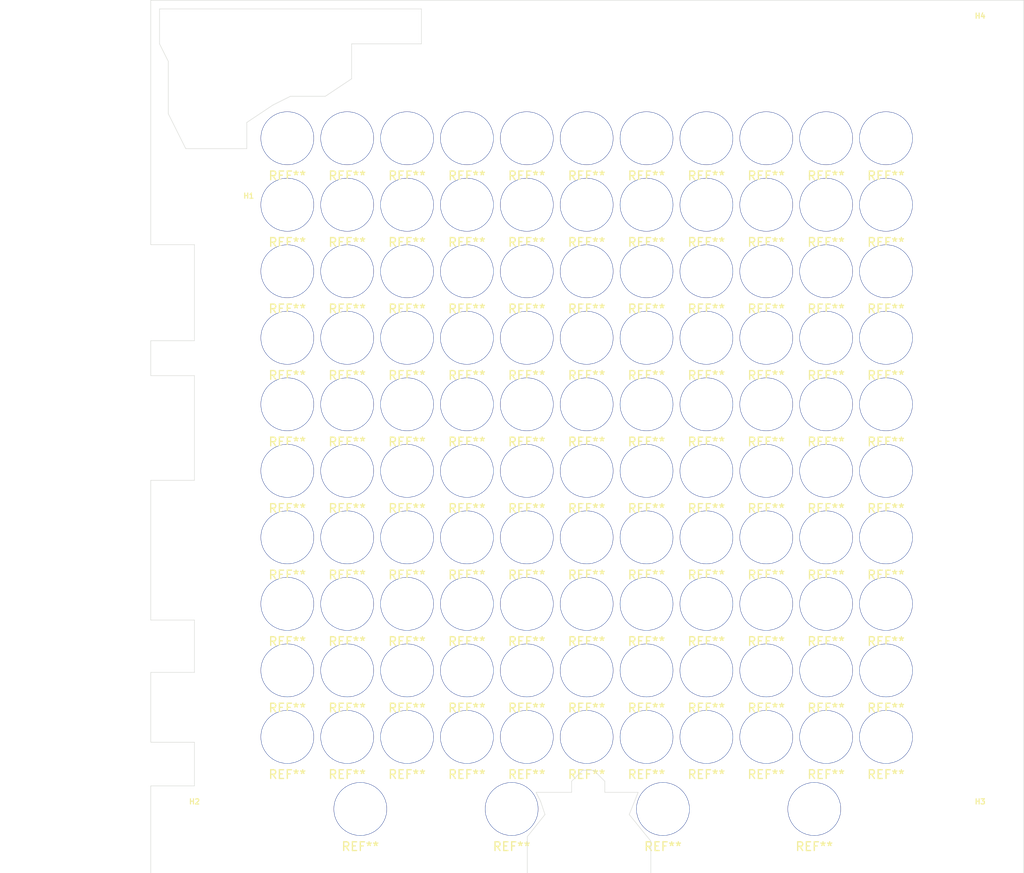
<source format=kicad_pcb>
(kicad_pcb (version 20171130) (host pcbnew "(5.1.5)-2")

  (general
    (thickness 1.6)
    (drawings 52)
    (tracks 0)
    (zones 0)
    (modules 118)
    (nets 1)
  )

  (page A4)
  (layers
    (0 F.Cu signal)
    (31 B.Cu signal)
    (32 B.Adhes user)
    (33 F.Adhes user)
    (34 B.Paste user)
    (35 F.Paste user)
    (36 B.SilkS user)
    (37 F.SilkS user)
    (38 B.Mask user)
    (39 F.Mask user)
    (40 Dwgs.User user)
    (41 Cmts.User user)
    (42 Eco1.User user)
    (43 Eco2.User user hide)
    (44 Edge.Cuts user)
    (45 Margin user)
    (46 B.CrtYd user hide)
    (47 F.CrtYd user hide)
    (48 B.Fab user hide)
    (49 F.Fab user hide)
  )

  (setup
    (last_trace_width 0.25)
    (trace_clearance 0.2)
    (zone_clearance 0.1524)
    (zone_45_only no)
    (trace_min 0.1524)
    (via_size 0.8)
    (via_drill 0.4)
    (via_min_size 0.6)
    (via_min_drill 0.3)
    (uvia_size 0.3)
    (uvia_drill 0.1)
    (uvias_allowed no)
    (uvia_min_size 0.2)
    (uvia_min_drill 0.1)
    (edge_width 0.05)
    (segment_width 0.13)
    (pcb_text_width 0.13)
    (pcb_text_size 0.6 0.6)
    (mod_edge_width 0.13)
    (mod_text_size 0.6 0.6)
    (mod_text_width 0.13)
    (pad_size 6 6)
    (pad_drill 3)
    (pad_to_mask_clearance 0.051)
    (solder_mask_min_width 0.25)
    (aux_axis_origin 99 139)
    (grid_origin 99 139)
    (visible_elements 7FFFFFFF)
    (pcbplotparams
      (layerselection 0x010fc_ffffffff)
      (usegerberextensions false)
      (usegerberattributes false)
      (usegerberadvancedattributes false)
      (creategerberjobfile false)
      (excludeedgelayer true)
      (linewidth 0.100000)
      (plotframeref false)
      (viasonmask false)
      (mode 1)
      (useauxorigin false)
      (hpglpennumber 1)
      (hpglpenspeed 20)
      (hpglpendiameter 15.000000)
      (psnegative false)
      (psa4output false)
      (plotreference true)
      (plotvalue true)
      (plotinvisibletext false)
      (padsonsilk false)
      (subtractmaskfromsilk false)
      (outputformat 1)
      (mirror false)
      (drillshape 0)
      (scaleselection 1)
      (outputdirectory "../fabrication/v0.2.0_spacer/"))
  )

  (net 0 "")

  (net_class Default "This is the default net class."
    (clearance 0.2)
    (trace_width 0.25)
    (via_dia 0.8)
    (via_drill 0.4)
    (uvia_dia 0.3)
    (uvia_drill 0.1)
  )

  (net_class 24V ""
    (clearance 0.2)
    (trace_width 0.25)
    (via_dia 0.8)
    (via_drill 0.4)
    (uvia_dia 0.3)
    (uvia_drill 0.1)
  )

  (net_class 3V3 ""
    (clearance 0.2)
    (trace_width 0.25)
    (via_dia 0.8)
    (via_drill 0.4)
    (uvia_dia 0.3)
    (uvia_drill 0.1)
  )

  (net_class 5V ""
    (clearance 0.2)
    (trace_width 0.25)
    (via_dia 0.8)
    (via_drill 0.4)
    (uvia_dia 0.3)
    (uvia_drill 0.1)
  )

  (module william_fab:ws2812b-mini_hole (layer F.Cu) (tedit 5DF1ACF3) (tstamp 5DF2868D)
    (at 76 92.645)
    (fp_text reference REF** (at 0 4.3) (layer F.SilkS)
      (effects (font (size 1 1) (thickness 0.15)))
    )
    (fp_text value ws2812b-mini_hole (at 0.3 -6.35) (layer F.Fab)
      (effects (font (size 1 1) (thickness 0.15)))
    )
    (pad 1 thru_hole circle (at 0 0) (size 6.1 6.1) (drill 6) (layers *.Cu *.Mask))
  )

  (module william_fab:ws2812b-mini_hole (layer F.Cu) (tedit 5DF1ACF3) (tstamp 5DF28685)
    (at 58.666666 92.645)
    (fp_text reference REF** (at 0 4.3) (layer F.SilkS)
      (effects (font (size 1 1) (thickness 0.15)))
    )
    (fp_text value ws2812b-mini_hole (at 0.3 -6.35) (layer F.Fab)
      (effects (font (size 1 1) (thickness 0.15)))
    )
    (pad 1 thru_hole circle (at 0 0) (size 6.1 6.1) (drill 6) (layers *.Cu *.Mask))
  )

  (module william_fab:ws2812b-mini_hole (layer F.Cu) (tedit 5DF1ACF3) (tstamp 5DF2867D)
    (at 41.333333 92.645)
    (fp_text reference REF** (at 0 4.3) (layer F.SilkS)
      (effects (font (size 1 1) (thickness 0.15)))
    )
    (fp_text value ws2812b-mini_hole (at 0.3 -6.35) (layer F.Fab)
      (effects (font (size 1 1) (thickness 0.15)))
    )
    (pad 1 thru_hole circle (at 0 0) (size 6.1 6.1) (drill 6) (layers *.Cu *.Mask))
  )

  (module william_fab:ws2812b-mini_hole (layer F.Cu) (tedit 5DF1ACF3) (tstamp 5DF28675)
    (at 24 92.645)
    (fp_text reference REF** (at 0 4.3) (layer F.SilkS)
      (effects (font (size 1 1) (thickness 0.15)))
    )
    (fp_text value ws2812b-mini_hole (at 0.3 -6.35) (layer F.Fab)
      (effects (font (size 1 1) (thickness 0.15)))
    )
    (pad 1 thru_hole circle (at 0 0) (size 6.1 6.1) (drill 6) (layers *.Cu *.Mask))
  )

  (module william_fab:ws2812b-mini_hole (layer F.Cu) (tedit 5DF1ACF3) (tstamp 5DF2560D)
    (at 84.2172 84.39)
    (fp_text reference REF** (at 0 4.3) (layer F.SilkS)
      (effects (font (size 1 1) (thickness 0.15)))
    )
    (fp_text value ws2812b-mini_hole (at 0.3 -6.35) (layer F.Fab)
      (effects (font (size 1 1) (thickness 0.15)))
    )
    (pad 1 thru_hole circle (at 0 0) (size 6.1 6.1) (drill 6) (layers *.Cu *.Mask))
  )

  (module william_fab:ws2812b-mini_hole (layer F.Cu) (tedit 5DF1ACF3) (tstamp 5DF25605)
    (at 77.3592 84.39)
    (fp_text reference REF** (at 0 4.3) (layer F.SilkS)
      (effects (font (size 1 1) (thickness 0.15)))
    )
    (fp_text value ws2812b-mini_hole (at 0.3 -6.35) (layer F.Fab)
      (effects (font (size 1 1) (thickness 0.15)))
    )
    (pad 1 thru_hole circle (at 0 0) (size 6.1 6.1) (drill 6) (layers *.Cu *.Mask))
  )

  (module william_fab:ws2812b-mini_hole (layer F.Cu) (tedit 5DF1ACF3) (tstamp 5DF255FD)
    (at 70.5012 84.39)
    (fp_text reference REF** (at 0 4.3) (layer F.SilkS)
      (effects (font (size 1 1) (thickness 0.15)))
    )
    (fp_text value ws2812b-mini_hole (at 0.3 -6.35) (layer F.Fab)
      (effects (font (size 1 1) (thickness 0.15)))
    )
    (pad 1 thru_hole circle (at 0 0) (size 6.1 6.1) (drill 6) (layers *.Cu *.Mask))
  )

  (module william_fab:ws2812b-mini_hole (layer F.Cu) (tedit 5DF1ACF3) (tstamp 5DF255F5)
    (at 63.6432 84.39)
    (fp_text reference REF** (at 0 4.3) (layer F.SilkS)
      (effects (font (size 1 1) (thickness 0.15)))
    )
    (fp_text value ws2812b-mini_hole (at 0.3 -6.35) (layer F.Fab)
      (effects (font (size 1 1) (thickness 0.15)))
    )
    (pad 1 thru_hole circle (at 0 0) (size 6.1 6.1) (drill 6) (layers *.Cu *.Mask))
  )

  (module william_fab:ws2812b-mini_hole (layer F.Cu) (tedit 5DF1ACF3) (tstamp 5DF255ED)
    (at 56.7852 84.39)
    (fp_text reference REF** (at 0 4.3) (layer F.SilkS)
      (effects (font (size 1 1) (thickness 0.15)))
    )
    (fp_text value ws2812b-mini_hole (at 0.3 -6.35) (layer F.Fab)
      (effects (font (size 1 1) (thickness 0.15)))
    )
    (pad 1 thru_hole circle (at 0 0) (size 6.1 6.1) (drill 6) (layers *.Cu *.Mask))
  )

  (module william_fab:ws2812b-mini_hole (layer F.Cu) (tedit 5DF1ACF3) (tstamp 5DF255E5)
    (at 49.9272 84.39)
    (fp_text reference REF** (at 0 4.3) (layer F.SilkS)
      (effects (font (size 1 1) (thickness 0.15)))
    )
    (fp_text value ws2812b-mini_hole (at 0.3 -6.35) (layer F.Fab)
      (effects (font (size 1 1) (thickness 0.15)))
    )
    (pad 1 thru_hole circle (at 0 0) (size 6.1 6.1) (drill 6) (layers *.Cu *.Mask))
  )

  (module william_fab:ws2812b-mini_hole (layer F.Cu) (tedit 5DF1ACF3) (tstamp 5DF255DD)
    (at 43.0692 84.39)
    (fp_text reference REF** (at 0 4.3) (layer F.SilkS)
      (effects (font (size 1 1) (thickness 0.15)))
    )
    (fp_text value ws2812b-mini_hole (at 0.3 -6.35) (layer F.Fab)
      (effects (font (size 1 1) (thickness 0.15)))
    )
    (pad 1 thru_hole circle (at 0 0) (size 6.1 6.1) (drill 6) (layers *.Cu *.Mask))
  )

  (module william_fab:ws2812b-mini_hole (layer F.Cu) (tedit 5DF1ACF3) (tstamp 5DF255D5)
    (at 36.2112 84.39)
    (fp_text reference REF** (at 0 4.3) (layer F.SilkS)
      (effects (font (size 1 1) (thickness 0.15)))
    )
    (fp_text value ws2812b-mini_hole (at 0.3 -6.35) (layer F.Fab)
      (effects (font (size 1 1) (thickness 0.15)))
    )
    (pad 1 thru_hole circle (at 0 0) (size 6.1 6.1) (drill 6) (layers *.Cu *.Mask))
  )

  (module william_fab:ws2812b-mini_hole (layer F.Cu) (tedit 5DF1ACF3) (tstamp 5DF255CD)
    (at 29.3532 84.39)
    (fp_text reference REF** (at 0 4.3) (layer F.SilkS)
      (effects (font (size 1 1) (thickness 0.15)))
    )
    (fp_text value ws2812b-mini_hole (at 0.3 -6.35) (layer F.Fab)
      (effects (font (size 1 1) (thickness 0.15)))
    )
    (pad 1 thru_hole circle (at 0 0) (size 6.1 6.1) (drill 6) (layers *.Cu *.Mask))
  )

  (module william_fab:ws2812b-mini_hole (layer F.Cu) (tedit 5DF1ACF3) (tstamp 5DF255C5)
    (at 22.4952 84.39)
    (fp_text reference REF** (at 0 4.3) (layer F.SilkS)
      (effects (font (size 1 1) (thickness 0.15)))
    )
    (fp_text value ws2812b-mini_hole (at 0.3 -6.35) (layer F.Fab)
      (effects (font (size 1 1) (thickness 0.15)))
    )
    (pad 1 thru_hole circle (at 0 0) (size 6.1 6.1) (drill 6) (layers *.Cu *.Mask))
  )

  (module william_fab:ws2812b-mini_hole (layer F.Cu) (tedit 5DF1ACF3) (tstamp 5DF255BD)
    (at 15.6372 84.39)
    (fp_text reference REF** (at 0 4.3) (layer F.SilkS)
      (effects (font (size 1 1) (thickness 0.15)))
    )
    (fp_text value ws2812b-mini_hole (at 0.3 -6.35) (layer F.Fab)
      (effects (font (size 1 1) (thickness 0.15)))
    )
    (pad 1 thru_hole circle (at 0 0) (size 6.1 6.1) (drill 6) (layers *.Cu *.Mask))
  )

  (module william_fab:ws2812b-mini_hole (layer F.Cu) (tedit 5DF1ACF3) (tstamp 5DF255B5)
    (at 84.2172 76.77)
    (fp_text reference REF** (at 0 4.3) (layer F.SilkS)
      (effects (font (size 1 1) (thickness 0.15)))
    )
    (fp_text value ws2812b-mini_hole (at 0.3 -6.35) (layer F.Fab)
      (effects (font (size 1 1) (thickness 0.15)))
    )
    (pad 1 thru_hole circle (at 0 0) (size 6.1 6.1) (drill 6) (layers *.Cu *.Mask))
  )

  (module william_fab:ws2812b-mini_hole (layer F.Cu) (tedit 5DF1ACF3) (tstamp 5DF255AD)
    (at 77.3592 76.77)
    (fp_text reference REF** (at 0 4.3) (layer F.SilkS)
      (effects (font (size 1 1) (thickness 0.15)))
    )
    (fp_text value ws2812b-mini_hole (at 0.3 -6.35) (layer F.Fab)
      (effects (font (size 1 1) (thickness 0.15)))
    )
    (pad 1 thru_hole circle (at 0 0) (size 6.1 6.1) (drill 6) (layers *.Cu *.Mask))
  )

  (module william_fab:ws2812b-mini_hole (layer F.Cu) (tedit 5DF1ACF3) (tstamp 5DF255A5)
    (at 70.5012 76.77)
    (fp_text reference REF** (at 0 4.3) (layer F.SilkS)
      (effects (font (size 1 1) (thickness 0.15)))
    )
    (fp_text value ws2812b-mini_hole (at 0.3 -6.35) (layer F.Fab)
      (effects (font (size 1 1) (thickness 0.15)))
    )
    (pad 1 thru_hole circle (at 0 0) (size 6.1 6.1) (drill 6) (layers *.Cu *.Mask))
  )

  (module william_fab:ws2812b-mini_hole (layer F.Cu) (tedit 5DF1ACF3) (tstamp 5DF2559D)
    (at 63.6432 76.77)
    (fp_text reference REF** (at 0 4.3) (layer F.SilkS)
      (effects (font (size 1 1) (thickness 0.15)))
    )
    (fp_text value ws2812b-mini_hole (at 0.3 -6.35) (layer F.Fab)
      (effects (font (size 1 1) (thickness 0.15)))
    )
    (pad 1 thru_hole circle (at 0 0) (size 6.1 6.1) (drill 6) (layers *.Cu *.Mask))
  )

  (module william_fab:ws2812b-mini_hole (layer F.Cu) (tedit 5DF1ACF3) (tstamp 5DF25595)
    (at 56.7852 76.77)
    (fp_text reference REF** (at 0 4.3) (layer F.SilkS)
      (effects (font (size 1 1) (thickness 0.15)))
    )
    (fp_text value ws2812b-mini_hole (at 0.3 -6.35) (layer F.Fab)
      (effects (font (size 1 1) (thickness 0.15)))
    )
    (pad 1 thru_hole circle (at 0 0) (size 6.1 6.1) (drill 6) (layers *.Cu *.Mask))
  )

  (module william_fab:ws2812b-mini_hole (layer F.Cu) (tedit 5DF1ACF3) (tstamp 5DF2558D)
    (at 49.9272 76.77)
    (fp_text reference REF** (at 0 4.3) (layer F.SilkS)
      (effects (font (size 1 1) (thickness 0.15)))
    )
    (fp_text value ws2812b-mini_hole (at 0.3 -6.35) (layer F.Fab)
      (effects (font (size 1 1) (thickness 0.15)))
    )
    (pad 1 thru_hole circle (at 0 0) (size 6.1 6.1) (drill 6) (layers *.Cu *.Mask))
  )

  (module william_fab:ws2812b-mini_hole (layer F.Cu) (tedit 5DF1ACF3) (tstamp 5DF25585)
    (at 43.0692 76.77)
    (fp_text reference REF** (at 0 4.3) (layer F.SilkS)
      (effects (font (size 1 1) (thickness 0.15)))
    )
    (fp_text value ws2812b-mini_hole (at 0.3 -6.35) (layer F.Fab)
      (effects (font (size 1 1) (thickness 0.15)))
    )
    (pad 1 thru_hole circle (at 0 0) (size 6.1 6.1) (drill 6) (layers *.Cu *.Mask))
  )

  (module william_fab:ws2812b-mini_hole (layer F.Cu) (tedit 5DF1ACF3) (tstamp 5DF2557D)
    (at 36.2112 76.77)
    (fp_text reference REF** (at 0 4.3) (layer F.SilkS)
      (effects (font (size 1 1) (thickness 0.15)))
    )
    (fp_text value ws2812b-mini_hole (at 0.3 -6.35) (layer F.Fab)
      (effects (font (size 1 1) (thickness 0.15)))
    )
    (pad 1 thru_hole circle (at 0 0) (size 6.1 6.1) (drill 6) (layers *.Cu *.Mask))
  )

  (module william_fab:ws2812b-mini_hole (layer F.Cu) (tedit 5DF1ACF3) (tstamp 5DF25575)
    (at 29.3532 76.77)
    (fp_text reference REF** (at 0 4.3) (layer F.SilkS)
      (effects (font (size 1 1) (thickness 0.15)))
    )
    (fp_text value ws2812b-mini_hole (at 0.3 -6.35) (layer F.Fab)
      (effects (font (size 1 1) (thickness 0.15)))
    )
    (pad 1 thru_hole circle (at 0 0) (size 6.1 6.1) (drill 6) (layers *.Cu *.Mask))
  )

  (module william_fab:ws2812b-mini_hole (layer F.Cu) (tedit 5DF1ACF3) (tstamp 5DF2556D)
    (at 22.4952 76.77)
    (fp_text reference REF** (at 0 4.3) (layer F.SilkS)
      (effects (font (size 1 1) (thickness 0.15)))
    )
    (fp_text value ws2812b-mini_hole (at 0.3 -6.35) (layer F.Fab)
      (effects (font (size 1 1) (thickness 0.15)))
    )
    (pad 1 thru_hole circle (at 0 0) (size 6.1 6.1) (drill 6) (layers *.Cu *.Mask))
  )

  (module william_fab:ws2812b-mini_hole (layer F.Cu) (tedit 5DF1ACF3) (tstamp 5DF25565)
    (at 15.6372 76.77)
    (fp_text reference REF** (at 0 4.3) (layer F.SilkS)
      (effects (font (size 1 1) (thickness 0.15)))
    )
    (fp_text value ws2812b-mini_hole (at 0.3 -6.35) (layer F.Fab)
      (effects (font (size 1 1) (thickness 0.15)))
    )
    (pad 1 thru_hole circle (at 0 0) (size 6.1 6.1) (drill 6) (layers *.Cu *.Mask))
  )

  (module william_fab:ws2812b-mini_hole (layer F.Cu) (tedit 5DF1ACF3) (tstamp 5DF2555D)
    (at 84.2172 69.15)
    (fp_text reference REF** (at 0 4.3) (layer F.SilkS)
      (effects (font (size 1 1) (thickness 0.15)))
    )
    (fp_text value ws2812b-mini_hole (at 0.3 -6.35) (layer F.Fab)
      (effects (font (size 1 1) (thickness 0.15)))
    )
    (pad 1 thru_hole circle (at 0 0) (size 6.1 6.1) (drill 6) (layers *.Cu *.Mask))
  )

  (module william_fab:ws2812b-mini_hole (layer F.Cu) (tedit 5DF1ACF3) (tstamp 5DF25555)
    (at 77.3592 69.15)
    (fp_text reference REF** (at 0 4.3) (layer F.SilkS)
      (effects (font (size 1 1) (thickness 0.15)))
    )
    (fp_text value ws2812b-mini_hole (at 0.3 -6.35) (layer F.Fab)
      (effects (font (size 1 1) (thickness 0.15)))
    )
    (pad 1 thru_hole circle (at 0 0) (size 6.1 6.1) (drill 6) (layers *.Cu *.Mask))
  )

  (module william_fab:ws2812b-mini_hole (layer F.Cu) (tedit 5DF1ACF3) (tstamp 5DF2554D)
    (at 70.5012 69.15)
    (fp_text reference REF** (at 0 4.3) (layer F.SilkS)
      (effects (font (size 1 1) (thickness 0.15)))
    )
    (fp_text value ws2812b-mini_hole (at 0.3 -6.35) (layer F.Fab)
      (effects (font (size 1 1) (thickness 0.15)))
    )
    (pad 1 thru_hole circle (at 0 0) (size 6.1 6.1) (drill 6) (layers *.Cu *.Mask))
  )

  (module william_fab:ws2812b-mini_hole (layer F.Cu) (tedit 5DF1ACF3) (tstamp 5DF25545)
    (at 63.6432 69.15)
    (fp_text reference REF** (at 0 4.3) (layer F.SilkS)
      (effects (font (size 1 1) (thickness 0.15)))
    )
    (fp_text value ws2812b-mini_hole (at 0.3 -6.35) (layer F.Fab)
      (effects (font (size 1 1) (thickness 0.15)))
    )
    (pad 1 thru_hole circle (at 0 0) (size 6.1 6.1) (drill 6) (layers *.Cu *.Mask))
  )

  (module william_fab:ws2812b-mini_hole (layer F.Cu) (tedit 5DF1ACF3) (tstamp 5DF2553D)
    (at 56.7852 69.15)
    (fp_text reference REF** (at 0 4.3) (layer F.SilkS)
      (effects (font (size 1 1) (thickness 0.15)))
    )
    (fp_text value ws2812b-mini_hole (at 0.3 -6.35) (layer F.Fab)
      (effects (font (size 1 1) (thickness 0.15)))
    )
    (pad 1 thru_hole circle (at 0 0) (size 6.1 6.1) (drill 6) (layers *.Cu *.Mask))
  )

  (module william_fab:ws2812b-mini_hole (layer F.Cu) (tedit 5DF1ACF3) (tstamp 5DF25535)
    (at 49.9272 69.15)
    (fp_text reference REF** (at 0 4.3) (layer F.SilkS)
      (effects (font (size 1 1) (thickness 0.15)))
    )
    (fp_text value ws2812b-mini_hole (at 0.3 -6.35) (layer F.Fab)
      (effects (font (size 1 1) (thickness 0.15)))
    )
    (pad 1 thru_hole circle (at 0 0) (size 6.1 6.1) (drill 6) (layers *.Cu *.Mask))
  )

  (module william_fab:ws2812b-mini_hole (layer F.Cu) (tedit 5DF1ACF3) (tstamp 5DF2552D)
    (at 43.0692 69.15)
    (fp_text reference REF** (at 0 4.3) (layer F.SilkS)
      (effects (font (size 1 1) (thickness 0.15)))
    )
    (fp_text value ws2812b-mini_hole (at 0.3 -6.35) (layer F.Fab)
      (effects (font (size 1 1) (thickness 0.15)))
    )
    (pad 1 thru_hole circle (at 0 0) (size 6.1 6.1) (drill 6) (layers *.Cu *.Mask))
  )

  (module william_fab:ws2812b-mini_hole (layer F.Cu) (tedit 5DF1ACF3) (tstamp 5DF25525)
    (at 36.2112 69.15)
    (fp_text reference REF** (at 0 4.3) (layer F.SilkS)
      (effects (font (size 1 1) (thickness 0.15)))
    )
    (fp_text value ws2812b-mini_hole (at 0.3 -6.35) (layer F.Fab)
      (effects (font (size 1 1) (thickness 0.15)))
    )
    (pad 1 thru_hole circle (at 0 0) (size 6.1 6.1) (drill 6) (layers *.Cu *.Mask))
  )

  (module william_fab:ws2812b-mini_hole (layer F.Cu) (tedit 5DF1ACF3) (tstamp 5DF2551D)
    (at 29.3532 69.15)
    (fp_text reference REF** (at 0 4.3) (layer F.SilkS)
      (effects (font (size 1 1) (thickness 0.15)))
    )
    (fp_text value ws2812b-mini_hole (at 0.3 -6.35) (layer F.Fab)
      (effects (font (size 1 1) (thickness 0.15)))
    )
    (pad 1 thru_hole circle (at 0 0) (size 6.1 6.1) (drill 6) (layers *.Cu *.Mask))
  )

  (module william_fab:ws2812b-mini_hole (layer F.Cu) (tedit 5DF1ACF3) (tstamp 5DF25515)
    (at 22.4952 69.15)
    (fp_text reference REF** (at 0 4.3) (layer F.SilkS)
      (effects (font (size 1 1) (thickness 0.15)))
    )
    (fp_text value ws2812b-mini_hole (at 0.3 -6.35) (layer F.Fab)
      (effects (font (size 1 1) (thickness 0.15)))
    )
    (pad 1 thru_hole circle (at 0 0) (size 6.1 6.1) (drill 6) (layers *.Cu *.Mask))
  )

  (module william_fab:ws2812b-mini_hole (layer F.Cu) (tedit 5DF1ACF3) (tstamp 5DF2550D)
    (at 15.6372 69.15)
    (fp_text reference REF** (at 0 4.3) (layer F.SilkS)
      (effects (font (size 1 1) (thickness 0.15)))
    )
    (fp_text value ws2812b-mini_hole (at 0.3 -6.35) (layer F.Fab)
      (effects (font (size 1 1) (thickness 0.15)))
    )
    (pad 1 thru_hole circle (at 0 0) (size 6.1 6.1) (drill 6) (layers *.Cu *.Mask))
  )

  (module william_fab:ws2812b-mini_hole (layer F.Cu) (tedit 5DF1ACF3) (tstamp 5DF25505)
    (at 84.2172 61.53)
    (fp_text reference REF** (at 0 4.3) (layer F.SilkS)
      (effects (font (size 1 1) (thickness 0.15)))
    )
    (fp_text value ws2812b-mini_hole (at 0.3 -6.35) (layer F.Fab)
      (effects (font (size 1 1) (thickness 0.15)))
    )
    (pad 1 thru_hole circle (at 0 0) (size 6.1 6.1) (drill 6) (layers *.Cu *.Mask))
  )

  (module william_fab:ws2812b-mini_hole (layer F.Cu) (tedit 5DF1ACF3) (tstamp 5DF254FD)
    (at 77.3592 61.53)
    (fp_text reference REF** (at 0 4.3) (layer F.SilkS)
      (effects (font (size 1 1) (thickness 0.15)))
    )
    (fp_text value ws2812b-mini_hole (at 0.3 -6.35) (layer F.Fab)
      (effects (font (size 1 1) (thickness 0.15)))
    )
    (pad 1 thru_hole circle (at 0 0) (size 6.1 6.1) (drill 6) (layers *.Cu *.Mask))
  )

  (module william_fab:ws2812b-mini_hole (layer F.Cu) (tedit 5DF1ACF3) (tstamp 5DF254F5)
    (at 70.5012 61.53)
    (fp_text reference REF** (at 0 4.3) (layer F.SilkS)
      (effects (font (size 1 1) (thickness 0.15)))
    )
    (fp_text value ws2812b-mini_hole (at 0.3 -6.35) (layer F.Fab)
      (effects (font (size 1 1) (thickness 0.15)))
    )
    (pad 1 thru_hole circle (at 0 0) (size 6.1 6.1) (drill 6) (layers *.Cu *.Mask))
  )

  (module william_fab:ws2812b-mini_hole (layer F.Cu) (tedit 5DF1ACF3) (tstamp 5DF254ED)
    (at 63.6432 61.53)
    (fp_text reference REF** (at 0 4.3) (layer F.SilkS)
      (effects (font (size 1 1) (thickness 0.15)))
    )
    (fp_text value ws2812b-mini_hole (at 0.3 -6.35) (layer F.Fab)
      (effects (font (size 1 1) (thickness 0.15)))
    )
    (pad 1 thru_hole circle (at 0 0) (size 6.1 6.1) (drill 6) (layers *.Cu *.Mask))
  )

  (module william_fab:ws2812b-mini_hole (layer F.Cu) (tedit 5DF1ACF3) (tstamp 5DF254E5)
    (at 56.7852 61.53)
    (fp_text reference REF** (at 0 4.3) (layer F.SilkS)
      (effects (font (size 1 1) (thickness 0.15)))
    )
    (fp_text value ws2812b-mini_hole (at 0.3 -6.35) (layer F.Fab)
      (effects (font (size 1 1) (thickness 0.15)))
    )
    (pad 1 thru_hole circle (at 0 0) (size 6.1 6.1) (drill 6) (layers *.Cu *.Mask))
  )

  (module william_fab:ws2812b-mini_hole (layer F.Cu) (tedit 5DF1ACF3) (tstamp 5DF254DD)
    (at 49.9272 61.53)
    (fp_text reference REF** (at 0 4.3) (layer F.SilkS)
      (effects (font (size 1 1) (thickness 0.15)))
    )
    (fp_text value ws2812b-mini_hole (at 0.3 -6.35) (layer F.Fab)
      (effects (font (size 1 1) (thickness 0.15)))
    )
    (pad 1 thru_hole circle (at 0 0) (size 6.1 6.1) (drill 6) (layers *.Cu *.Mask))
  )

  (module william_fab:ws2812b-mini_hole (layer F.Cu) (tedit 5DF1ACF3) (tstamp 5DF254D5)
    (at 43.0692 61.53)
    (fp_text reference REF** (at 0 4.3) (layer F.SilkS)
      (effects (font (size 1 1) (thickness 0.15)))
    )
    (fp_text value ws2812b-mini_hole (at 0.3 -6.35) (layer F.Fab)
      (effects (font (size 1 1) (thickness 0.15)))
    )
    (pad 1 thru_hole circle (at 0 0) (size 6.1 6.1) (drill 6) (layers *.Cu *.Mask))
  )

  (module william_fab:ws2812b-mini_hole (layer F.Cu) (tedit 5DF1ACF3) (tstamp 5DF254CD)
    (at 36.2112 61.53)
    (fp_text reference REF** (at 0 4.3) (layer F.SilkS)
      (effects (font (size 1 1) (thickness 0.15)))
    )
    (fp_text value ws2812b-mini_hole (at 0.3 -6.35) (layer F.Fab)
      (effects (font (size 1 1) (thickness 0.15)))
    )
    (pad 1 thru_hole circle (at 0 0) (size 6.1 6.1) (drill 6) (layers *.Cu *.Mask))
  )

  (module william_fab:ws2812b-mini_hole (layer F.Cu) (tedit 5DF1ACF3) (tstamp 5DF254C5)
    (at 29.3532 61.53)
    (fp_text reference REF** (at 0 4.3) (layer F.SilkS)
      (effects (font (size 1 1) (thickness 0.15)))
    )
    (fp_text value ws2812b-mini_hole (at 0.3 -6.35) (layer F.Fab)
      (effects (font (size 1 1) (thickness 0.15)))
    )
    (pad 1 thru_hole circle (at 0 0) (size 6.1 6.1) (drill 6) (layers *.Cu *.Mask))
  )

  (module william_fab:ws2812b-mini_hole (layer F.Cu) (tedit 5DF1ACF3) (tstamp 5DF254BD)
    (at 22.4952 61.53)
    (fp_text reference REF** (at 0 4.3) (layer F.SilkS)
      (effects (font (size 1 1) (thickness 0.15)))
    )
    (fp_text value ws2812b-mini_hole (at 0.3 -6.35) (layer F.Fab)
      (effects (font (size 1 1) (thickness 0.15)))
    )
    (pad 1 thru_hole circle (at 0 0) (size 6.1 6.1) (drill 6) (layers *.Cu *.Mask))
  )

  (module william_fab:ws2812b-mini_hole (layer F.Cu) (tedit 5DF1ACF3) (tstamp 5DF254B5)
    (at 15.6372 61.53)
    (fp_text reference REF** (at 0 4.3) (layer F.SilkS)
      (effects (font (size 1 1) (thickness 0.15)))
    )
    (fp_text value ws2812b-mini_hole (at 0.3 -6.35) (layer F.Fab)
      (effects (font (size 1 1) (thickness 0.15)))
    )
    (pad 1 thru_hole circle (at 0 0) (size 6.1 6.1) (drill 6) (layers *.Cu *.Mask))
  )

  (module william_fab:ws2812b-mini_hole (layer F.Cu) (tedit 5DF1ACF3) (tstamp 5DF254AD)
    (at 84.2172 53.91)
    (fp_text reference REF** (at 0 4.3) (layer F.SilkS)
      (effects (font (size 1 1) (thickness 0.15)))
    )
    (fp_text value ws2812b-mini_hole (at 0.3 -6.35) (layer F.Fab)
      (effects (font (size 1 1) (thickness 0.15)))
    )
    (pad 1 thru_hole circle (at 0 0) (size 6.1 6.1) (drill 6) (layers *.Cu *.Mask))
  )

  (module william_fab:ws2812b-mini_hole (layer F.Cu) (tedit 5DF1ACF3) (tstamp 5DF254A5)
    (at 77.3592 53.91)
    (fp_text reference REF** (at 0 4.3) (layer F.SilkS)
      (effects (font (size 1 1) (thickness 0.15)))
    )
    (fp_text value ws2812b-mini_hole (at 0.3 -6.35) (layer F.Fab)
      (effects (font (size 1 1) (thickness 0.15)))
    )
    (pad 1 thru_hole circle (at 0 0) (size 6.1 6.1) (drill 6) (layers *.Cu *.Mask))
  )

  (module william_fab:ws2812b-mini_hole (layer F.Cu) (tedit 5DF1ACF3) (tstamp 5DF2549D)
    (at 70.5012 53.91)
    (fp_text reference REF** (at 0 4.3) (layer F.SilkS)
      (effects (font (size 1 1) (thickness 0.15)))
    )
    (fp_text value ws2812b-mini_hole (at 0.3 -6.35) (layer F.Fab)
      (effects (font (size 1 1) (thickness 0.15)))
    )
    (pad 1 thru_hole circle (at 0 0) (size 6.1 6.1) (drill 6) (layers *.Cu *.Mask))
  )

  (module william_fab:ws2812b-mini_hole (layer F.Cu) (tedit 5DF1ACF3) (tstamp 5DF25495)
    (at 63.6432 53.91)
    (fp_text reference REF** (at 0 4.3) (layer F.SilkS)
      (effects (font (size 1 1) (thickness 0.15)))
    )
    (fp_text value ws2812b-mini_hole (at 0.3 -6.35) (layer F.Fab)
      (effects (font (size 1 1) (thickness 0.15)))
    )
    (pad 1 thru_hole circle (at 0 0) (size 6.1 6.1) (drill 6) (layers *.Cu *.Mask))
  )

  (module william_fab:ws2812b-mini_hole (layer F.Cu) (tedit 5DF1ACF3) (tstamp 5DF2548D)
    (at 56.7852 53.91)
    (fp_text reference REF** (at 0 4.3) (layer F.SilkS)
      (effects (font (size 1 1) (thickness 0.15)))
    )
    (fp_text value ws2812b-mini_hole (at 0.3 -6.35) (layer F.Fab)
      (effects (font (size 1 1) (thickness 0.15)))
    )
    (pad 1 thru_hole circle (at 0 0) (size 6.1 6.1) (drill 6) (layers *.Cu *.Mask))
  )

  (module william_fab:ws2812b-mini_hole (layer F.Cu) (tedit 5DF1ACF3) (tstamp 5DF25485)
    (at 49.9272 53.91)
    (fp_text reference REF** (at 0 4.3) (layer F.SilkS)
      (effects (font (size 1 1) (thickness 0.15)))
    )
    (fp_text value ws2812b-mini_hole (at 0.3 -6.35) (layer F.Fab)
      (effects (font (size 1 1) (thickness 0.15)))
    )
    (pad 1 thru_hole circle (at 0 0) (size 6.1 6.1) (drill 6) (layers *.Cu *.Mask))
  )

  (module william_fab:ws2812b-mini_hole (layer F.Cu) (tedit 5DF1ACF3) (tstamp 5DF2547D)
    (at 43.0692 53.91)
    (fp_text reference REF** (at 0 4.3) (layer F.SilkS)
      (effects (font (size 1 1) (thickness 0.15)))
    )
    (fp_text value ws2812b-mini_hole (at 0.3 -6.35) (layer F.Fab)
      (effects (font (size 1 1) (thickness 0.15)))
    )
    (pad 1 thru_hole circle (at 0 0) (size 6.1 6.1) (drill 6) (layers *.Cu *.Mask))
  )

  (module william_fab:ws2812b-mini_hole (layer F.Cu) (tedit 5DF1ACF3) (tstamp 5DF25475)
    (at 36.2112 53.91)
    (fp_text reference REF** (at 0 4.3) (layer F.SilkS)
      (effects (font (size 1 1) (thickness 0.15)))
    )
    (fp_text value ws2812b-mini_hole (at 0.3 -6.35) (layer F.Fab)
      (effects (font (size 1 1) (thickness 0.15)))
    )
    (pad 1 thru_hole circle (at 0 0) (size 6.1 6.1) (drill 6) (layers *.Cu *.Mask))
  )

  (module william_fab:ws2812b-mini_hole (layer F.Cu) (tedit 5DF1ACF3) (tstamp 5DF2546D)
    (at 29.3532 53.91)
    (fp_text reference REF** (at 0 4.3) (layer F.SilkS)
      (effects (font (size 1 1) (thickness 0.15)))
    )
    (fp_text value ws2812b-mini_hole (at 0.3 -6.35) (layer F.Fab)
      (effects (font (size 1 1) (thickness 0.15)))
    )
    (pad 1 thru_hole circle (at 0 0) (size 6.1 6.1) (drill 6) (layers *.Cu *.Mask))
  )

  (module william_fab:ws2812b-mini_hole (layer F.Cu) (tedit 5DF1ACF3) (tstamp 5DF25465)
    (at 22.4952 53.91)
    (fp_text reference REF** (at 0 4.3) (layer F.SilkS)
      (effects (font (size 1 1) (thickness 0.15)))
    )
    (fp_text value ws2812b-mini_hole (at 0.3 -6.35) (layer F.Fab)
      (effects (font (size 1 1) (thickness 0.15)))
    )
    (pad 1 thru_hole circle (at 0 0) (size 6.1 6.1) (drill 6) (layers *.Cu *.Mask))
  )

  (module william_fab:ws2812b-mini_hole (layer F.Cu) (tedit 5DF1ACF3) (tstamp 5DF2545D)
    (at 15.6372 53.91)
    (fp_text reference REF** (at 0 4.3) (layer F.SilkS)
      (effects (font (size 1 1) (thickness 0.15)))
    )
    (fp_text value ws2812b-mini_hole (at 0.3 -6.35) (layer F.Fab)
      (effects (font (size 1 1) (thickness 0.15)))
    )
    (pad 1 thru_hole circle (at 0 0) (size 6.1 6.1) (drill 6) (layers *.Cu *.Mask))
  )

  (module william_fab:ws2812b-mini_hole (layer F.Cu) (tedit 5DF1ACF3) (tstamp 5DF25455)
    (at 84.2172 46.29)
    (fp_text reference REF** (at 0 4.3) (layer F.SilkS)
      (effects (font (size 1 1) (thickness 0.15)))
    )
    (fp_text value ws2812b-mini_hole (at 0.3 -6.35) (layer F.Fab)
      (effects (font (size 1 1) (thickness 0.15)))
    )
    (pad 1 thru_hole circle (at 0 0) (size 6.1 6.1) (drill 6) (layers *.Cu *.Mask))
  )

  (module william_fab:ws2812b-mini_hole (layer F.Cu) (tedit 5DF1ACF3) (tstamp 5DF2544D)
    (at 77.3592 46.29)
    (fp_text reference REF** (at 0 4.3) (layer F.SilkS)
      (effects (font (size 1 1) (thickness 0.15)))
    )
    (fp_text value ws2812b-mini_hole (at 0.3 -6.35) (layer F.Fab)
      (effects (font (size 1 1) (thickness 0.15)))
    )
    (pad 1 thru_hole circle (at 0 0) (size 6.1 6.1) (drill 6) (layers *.Cu *.Mask))
  )

  (module william_fab:ws2812b-mini_hole (layer F.Cu) (tedit 5DF1ACF3) (tstamp 5DF25445)
    (at 70.5012 46.29)
    (fp_text reference REF** (at 0 4.3) (layer F.SilkS)
      (effects (font (size 1 1) (thickness 0.15)))
    )
    (fp_text value ws2812b-mini_hole (at 0.3 -6.35) (layer F.Fab)
      (effects (font (size 1 1) (thickness 0.15)))
    )
    (pad 1 thru_hole circle (at 0 0) (size 6.1 6.1) (drill 6) (layers *.Cu *.Mask))
  )

  (module william_fab:ws2812b-mini_hole (layer F.Cu) (tedit 5DF1ACF3) (tstamp 5DF2543D)
    (at 63.6432 46.29)
    (fp_text reference REF** (at 0 4.3) (layer F.SilkS)
      (effects (font (size 1 1) (thickness 0.15)))
    )
    (fp_text value ws2812b-mini_hole (at 0.3 -6.35) (layer F.Fab)
      (effects (font (size 1 1) (thickness 0.15)))
    )
    (pad 1 thru_hole circle (at 0 0) (size 6.1 6.1) (drill 6) (layers *.Cu *.Mask))
  )

  (module william_fab:ws2812b-mini_hole (layer F.Cu) (tedit 5DF1ACF3) (tstamp 5DF25435)
    (at 56.7852 46.29)
    (fp_text reference REF** (at 0 4.3) (layer F.SilkS)
      (effects (font (size 1 1) (thickness 0.15)))
    )
    (fp_text value ws2812b-mini_hole (at 0.3 -6.35) (layer F.Fab)
      (effects (font (size 1 1) (thickness 0.15)))
    )
    (pad 1 thru_hole circle (at 0 0) (size 6.1 6.1) (drill 6) (layers *.Cu *.Mask))
  )

  (module william_fab:ws2812b-mini_hole (layer F.Cu) (tedit 5DF1ACF3) (tstamp 5DF2542D)
    (at 49.9272 46.29)
    (fp_text reference REF** (at 0 4.3) (layer F.SilkS)
      (effects (font (size 1 1) (thickness 0.15)))
    )
    (fp_text value ws2812b-mini_hole (at 0.3 -6.35) (layer F.Fab)
      (effects (font (size 1 1) (thickness 0.15)))
    )
    (pad 1 thru_hole circle (at 0 0) (size 6.1 6.1) (drill 6) (layers *.Cu *.Mask))
  )

  (module william_fab:ws2812b-mini_hole (layer F.Cu) (tedit 5DF1ACF3) (tstamp 5DF25425)
    (at 43.0692 46.29)
    (fp_text reference REF** (at 0 4.3) (layer F.SilkS)
      (effects (font (size 1 1) (thickness 0.15)))
    )
    (fp_text value ws2812b-mini_hole (at 0.3 -6.35) (layer F.Fab)
      (effects (font (size 1 1) (thickness 0.15)))
    )
    (pad 1 thru_hole circle (at 0 0) (size 6.1 6.1) (drill 6) (layers *.Cu *.Mask))
  )

  (module william_fab:ws2812b-mini_hole (layer F.Cu) (tedit 5DF1ACF3) (tstamp 5DF2541D)
    (at 36.2112 46.29)
    (fp_text reference REF** (at 0 4.3) (layer F.SilkS)
      (effects (font (size 1 1) (thickness 0.15)))
    )
    (fp_text value ws2812b-mini_hole (at 0.3 -6.35) (layer F.Fab)
      (effects (font (size 1 1) (thickness 0.15)))
    )
    (pad 1 thru_hole circle (at 0 0) (size 6.1 6.1) (drill 6) (layers *.Cu *.Mask))
  )

  (module william_fab:ws2812b-mini_hole (layer F.Cu) (tedit 5DF1ACF3) (tstamp 5DF25415)
    (at 29.3532 46.29)
    (fp_text reference REF** (at 0 4.3) (layer F.SilkS)
      (effects (font (size 1 1) (thickness 0.15)))
    )
    (fp_text value ws2812b-mini_hole (at 0.3 -6.35) (layer F.Fab)
      (effects (font (size 1 1) (thickness 0.15)))
    )
    (pad 1 thru_hole circle (at 0 0) (size 6.1 6.1) (drill 6) (layers *.Cu *.Mask))
  )

  (module william_fab:ws2812b-mini_hole (layer F.Cu) (tedit 5DF1ACF3) (tstamp 5DF2540D)
    (at 22.4952 46.29)
    (fp_text reference REF** (at 0 4.3) (layer F.SilkS)
      (effects (font (size 1 1) (thickness 0.15)))
    )
    (fp_text value ws2812b-mini_hole (at 0.3 -6.35) (layer F.Fab)
      (effects (font (size 1 1) (thickness 0.15)))
    )
    (pad 1 thru_hole circle (at 0 0) (size 6.1 6.1) (drill 6) (layers *.Cu *.Mask))
  )

  (module william_fab:ws2812b-mini_hole (layer F.Cu) (tedit 5DF1ACF3) (tstamp 5DF25405)
    (at 15.6372 46.29)
    (fp_text reference REF** (at 0 4.3) (layer F.SilkS)
      (effects (font (size 1 1) (thickness 0.15)))
    )
    (fp_text value ws2812b-mini_hole (at 0.3 -6.35) (layer F.Fab)
      (effects (font (size 1 1) (thickness 0.15)))
    )
    (pad 1 thru_hole circle (at 0 0) (size 6.1 6.1) (drill 6) (layers *.Cu *.Mask))
  )

  (module william_fab:ws2812b-mini_hole (layer F.Cu) (tedit 5DF1ACF3) (tstamp 5DF253FD)
    (at 84.2172 38.67)
    (fp_text reference REF** (at 0 4.3) (layer F.SilkS)
      (effects (font (size 1 1) (thickness 0.15)))
    )
    (fp_text value ws2812b-mini_hole (at 0.3 -6.35) (layer F.Fab)
      (effects (font (size 1 1) (thickness 0.15)))
    )
    (pad 1 thru_hole circle (at 0 0) (size 6.1 6.1) (drill 6) (layers *.Cu *.Mask))
  )

  (module william_fab:ws2812b-mini_hole (layer F.Cu) (tedit 5DF1ACF3) (tstamp 5DF253F5)
    (at 77.3592 38.67)
    (fp_text reference REF** (at 0 4.3) (layer F.SilkS)
      (effects (font (size 1 1) (thickness 0.15)))
    )
    (fp_text value ws2812b-mini_hole (at 0.3 -6.35) (layer F.Fab)
      (effects (font (size 1 1) (thickness 0.15)))
    )
    (pad 1 thru_hole circle (at 0 0) (size 6.1 6.1) (drill 6) (layers *.Cu *.Mask))
  )

  (module william_fab:ws2812b-mini_hole (layer F.Cu) (tedit 5DF1ACF3) (tstamp 5DF253ED)
    (at 70.5012 38.67)
    (fp_text reference REF** (at 0 4.3) (layer F.SilkS)
      (effects (font (size 1 1) (thickness 0.15)))
    )
    (fp_text value ws2812b-mini_hole (at 0.3 -6.35) (layer F.Fab)
      (effects (font (size 1 1) (thickness 0.15)))
    )
    (pad 1 thru_hole circle (at 0 0) (size 6.1 6.1) (drill 6) (layers *.Cu *.Mask))
  )

  (module william_fab:ws2812b-mini_hole (layer F.Cu) (tedit 5DF1ACF3) (tstamp 5DF253E5)
    (at 63.6432 38.67)
    (fp_text reference REF** (at 0 4.3) (layer F.SilkS)
      (effects (font (size 1 1) (thickness 0.15)))
    )
    (fp_text value ws2812b-mini_hole (at 0.3 -6.35) (layer F.Fab)
      (effects (font (size 1 1) (thickness 0.15)))
    )
    (pad 1 thru_hole circle (at 0 0) (size 6.1 6.1) (drill 6) (layers *.Cu *.Mask))
  )

  (module william_fab:ws2812b-mini_hole (layer F.Cu) (tedit 5DF1ACF3) (tstamp 5DF253DD)
    (at 56.7852 38.67)
    (fp_text reference REF** (at 0 4.3) (layer F.SilkS)
      (effects (font (size 1 1) (thickness 0.15)))
    )
    (fp_text value ws2812b-mini_hole (at 0.3 -6.35) (layer F.Fab)
      (effects (font (size 1 1) (thickness 0.15)))
    )
    (pad 1 thru_hole circle (at 0 0) (size 6.1 6.1) (drill 6) (layers *.Cu *.Mask))
  )

  (module william_fab:ws2812b-mini_hole (layer F.Cu) (tedit 5DF1ACF3) (tstamp 5DF253D5)
    (at 49.9272 38.67)
    (fp_text reference REF** (at 0 4.3) (layer F.SilkS)
      (effects (font (size 1 1) (thickness 0.15)))
    )
    (fp_text value ws2812b-mini_hole (at 0.3 -6.35) (layer F.Fab)
      (effects (font (size 1 1) (thickness 0.15)))
    )
    (pad 1 thru_hole circle (at 0 0) (size 6.1 6.1) (drill 6) (layers *.Cu *.Mask))
  )

  (module william_fab:ws2812b-mini_hole (layer F.Cu) (tedit 5DF1ACF3) (tstamp 5DF253CD)
    (at 43.0692 38.67)
    (fp_text reference REF** (at 0 4.3) (layer F.SilkS)
      (effects (font (size 1 1) (thickness 0.15)))
    )
    (fp_text value ws2812b-mini_hole (at 0.3 -6.35) (layer F.Fab)
      (effects (font (size 1 1) (thickness 0.15)))
    )
    (pad 1 thru_hole circle (at 0 0) (size 6.1 6.1) (drill 6) (layers *.Cu *.Mask))
  )

  (module william_fab:ws2812b-mini_hole (layer F.Cu) (tedit 5DF1ACF3) (tstamp 5DF253C5)
    (at 36.2112 38.67)
    (fp_text reference REF** (at 0 4.3) (layer F.SilkS)
      (effects (font (size 1 1) (thickness 0.15)))
    )
    (fp_text value ws2812b-mini_hole (at 0.3 -6.35) (layer F.Fab)
      (effects (font (size 1 1) (thickness 0.15)))
    )
    (pad 1 thru_hole circle (at 0 0) (size 6.1 6.1) (drill 6) (layers *.Cu *.Mask))
  )

  (module william_fab:ws2812b-mini_hole (layer F.Cu) (tedit 5DF1ACF3) (tstamp 5DF253BD)
    (at 29.3532 38.67)
    (fp_text reference REF** (at 0 4.3) (layer F.SilkS)
      (effects (font (size 1 1) (thickness 0.15)))
    )
    (fp_text value ws2812b-mini_hole (at 0.3 -6.35) (layer F.Fab)
      (effects (font (size 1 1) (thickness 0.15)))
    )
    (pad 1 thru_hole circle (at 0 0) (size 6.1 6.1) (drill 6) (layers *.Cu *.Mask))
  )

  (module william_fab:ws2812b-mini_hole (layer F.Cu) (tedit 5DF1ACF3) (tstamp 5DF253B5)
    (at 22.4952 38.67)
    (fp_text reference REF** (at 0 4.3) (layer F.SilkS)
      (effects (font (size 1 1) (thickness 0.15)))
    )
    (fp_text value ws2812b-mini_hole (at 0.3 -6.35) (layer F.Fab)
      (effects (font (size 1 1) (thickness 0.15)))
    )
    (pad 1 thru_hole circle (at 0 0) (size 6.1 6.1) (drill 6) (layers *.Cu *.Mask))
  )

  (module william_fab:ws2812b-mini_hole (layer F.Cu) (tedit 5DF1ACF3) (tstamp 5DF253AD)
    (at 15.6372 38.67)
    (fp_text reference REF** (at 0 4.3) (layer F.SilkS)
      (effects (font (size 1 1) (thickness 0.15)))
    )
    (fp_text value ws2812b-mini_hole (at 0.3 -6.35) (layer F.Fab)
      (effects (font (size 1 1) (thickness 0.15)))
    )
    (pad 1 thru_hole circle (at 0 0) (size 6.1 6.1) (drill 6) (layers *.Cu *.Mask))
  )

  (module william_fab:ws2812b-mini_hole (layer F.Cu) (tedit 5DF1ACF3) (tstamp 5DF253A5)
    (at 84.2172 31.05)
    (fp_text reference REF** (at 0 4.3) (layer F.SilkS)
      (effects (font (size 1 1) (thickness 0.15)))
    )
    (fp_text value ws2812b-mini_hole (at 0.3 -6.35) (layer F.Fab)
      (effects (font (size 1 1) (thickness 0.15)))
    )
    (pad 1 thru_hole circle (at 0 0) (size 6.1 6.1) (drill 6) (layers *.Cu *.Mask))
  )

  (module william_fab:ws2812b-mini_hole (layer F.Cu) (tedit 5DF1ACF3) (tstamp 5DF2539D)
    (at 77.3592 31.05)
    (fp_text reference REF** (at 0 4.3) (layer F.SilkS)
      (effects (font (size 1 1) (thickness 0.15)))
    )
    (fp_text value ws2812b-mini_hole (at 0.3 -6.35) (layer F.Fab)
      (effects (font (size 1 1) (thickness 0.15)))
    )
    (pad 1 thru_hole circle (at 0 0) (size 6.1 6.1) (drill 6) (layers *.Cu *.Mask))
  )

  (module william_fab:ws2812b-mini_hole (layer F.Cu) (tedit 5DF1ACF3) (tstamp 5DF25395)
    (at 70.5012 31.05)
    (fp_text reference REF** (at 0 4.3) (layer F.SilkS)
      (effects (font (size 1 1) (thickness 0.15)))
    )
    (fp_text value ws2812b-mini_hole (at 0.3 -6.35) (layer F.Fab)
      (effects (font (size 1 1) (thickness 0.15)))
    )
    (pad 1 thru_hole circle (at 0 0) (size 6.1 6.1) (drill 6) (layers *.Cu *.Mask))
  )

  (module william_fab:ws2812b-mini_hole (layer F.Cu) (tedit 5DF1ACF3) (tstamp 5DF2538D)
    (at 63.6432 31.05)
    (fp_text reference REF** (at 0 4.3) (layer F.SilkS)
      (effects (font (size 1 1) (thickness 0.15)))
    )
    (fp_text value ws2812b-mini_hole (at 0.3 -6.35) (layer F.Fab)
      (effects (font (size 1 1) (thickness 0.15)))
    )
    (pad 1 thru_hole circle (at 0 0) (size 6.1 6.1) (drill 6) (layers *.Cu *.Mask))
  )

  (module william_fab:ws2812b-mini_hole (layer F.Cu) (tedit 5DF1ACF3) (tstamp 5DF25385)
    (at 56.7852 31.05)
    (fp_text reference REF** (at 0 4.3) (layer F.SilkS)
      (effects (font (size 1 1) (thickness 0.15)))
    )
    (fp_text value ws2812b-mini_hole (at 0.3 -6.35) (layer F.Fab)
      (effects (font (size 1 1) (thickness 0.15)))
    )
    (pad 1 thru_hole circle (at 0 0) (size 6.1 6.1) (drill 6) (layers *.Cu *.Mask))
  )

  (module william_fab:ws2812b-mini_hole (layer F.Cu) (tedit 5DF1ACF3) (tstamp 5DF2537D)
    (at 49.9272 31.05)
    (fp_text reference REF** (at 0 4.3) (layer F.SilkS)
      (effects (font (size 1 1) (thickness 0.15)))
    )
    (fp_text value ws2812b-mini_hole (at 0.3 -6.35) (layer F.Fab)
      (effects (font (size 1 1) (thickness 0.15)))
    )
    (pad 1 thru_hole circle (at 0 0) (size 6.1 6.1) (drill 6) (layers *.Cu *.Mask))
  )

  (module william_fab:ws2812b-mini_hole (layer F.Cu) (tedit 5DF1ACF3) (tstamp 5DF25375)
    (at 43.0692 31.05)
    (fp_text reference REF** (at 0 4.3) (layer F.SilkS)
      (effects (font (size 1 1) (thickness 0.15)))
    )
    (fp_text value ws2812b-mini_hole (at 0.3 -6.35) (layer F.Fab)
      (effects (font (size 1 1) (thickness 0.15)))
    )
    (pad 1 thru_hole circle (at 0 0) (size 6.1 6.1) (drill 6) (layers *.Cu *.Mask))
  )

  (module william_fab:ws2812b-mini_hole (layer F.Cu) (tedit 5DF1ACF3) (tstamp 5DF2536D)
    (at 36.2112 31.05)
    (fp_text reference REF** (at 0 4.3) (layer F.SilkS)
      (effects (font (size 1 1) (thickness 0.15)))
    )
    (fp_text value ws2812b-mini_hole (at 0.3 -6.35) (layer F.Fab)
      (effects (font (size 1 1) (thickness 0.15)))
    )
    (pad 1 thru_hole circle (at 0 0) (size 6.1 6.1) (drill 6) (layers *.Cu *.Mask))
  )

  (module william_fab:ws2812b-mini_hole (layer F.Cu) (tedit 5DF1ACF3) (tstamp 5DF25365)
    (at 29.3532 31.05)
    (fp_text reference REF** (at 0 4.3) (layer F.SilkS)
      (effects (font (size 1 1) (thickness 0.15)))
    )
    (fp_text value ws2812b-mini_hole (at 0.3 -6.35) (layer F.Fab)
      (effects (font (size 1 1) (thickness 0.15)))
    )
    (pad 1 thru_hole circle (at 0 0) (size 6.1 6.1) (drill 6) (layers *.Cu *.Mask))
  )

  (module william_fab:ws2812b-mini_hole (layer F.Cu) (tedit 5DF1ACF3) (tstamp 5DF2535D)
    (at 22.4952 31.05)
    (fp_text reference REF** (at 0 4.3) (layer F.SilkS)
      (effects (font (size 1 1) (thickness 0.15)))
    )
    (fp_text value ws2812b-mini_hole (at 0.3 -6.35) (layer F.Fab)
      (effects (font (size 1 1) (thickness 0.15)))
    )
    (pad 1 thru_hole circle (at 0 0) (size 6.1 6.1) (drill 6) (layers *.Cu *.Mask))
  )

  (module william_fab:ws2812b-mini_hole (layer F.Cu) (tedit 5DF1ACF3) (tstamp 5DF25355)
    (at 15.6372 31.05)
    (fp_text reference REF** (at 0 4.3) (layer F.SilkS)
      (effects (font (size 1 1) (thickness 0.15)))
    )
    (fp_text value ws2812b-mini_hole (at 0.3 -6.35) (layer F.Fab)
      (effects (font (size 1 1) (thickness 0.15)))
    )
    (pad 1 thru_hole circle (at 0 0) (size 6.1 6.1) (drill 6) (layers *.Cu *.Mask))
  )

  (module william_fab:ws2812b-mini_hole (layer F.Cu) (tedit 5DF1ACF3) (tstamp 5DF2534D)
    (at 84.2172 23.43)
    (fp_text reference REF** (at 0 4.3) (layer F.SilkS)
      (effects (font (size 1 1) (thickness 0.15)))
    )
    (fp_text value ws2812b-mini_hole (at 0.3 -6.35) (layer F.Fab)
      (effects (font (size 1 1) (thickness 0.15)))
    )
    (pad 1 thru_hole circle (at 0 0) (size 6.1 6.1) (drill 6) (layers *.Cu *.Mask))
  )

  (module william_fab:ws2812b-mini_hole (layer F.Cu) (tedit 5DF1ACF3) (tstamp 5DF25345)
    (at 77.3592 23.43)
    (fp_text reference REF** (at 0 4.3) (layer F.SilkS)
      (effects (font (size 1 1) (thickness 0.15)))
    )
    (fp_text value ws2812b-mini_hole (at 0.3 -6.35) (layer F.Fab)
      (effects (font (size 1 1) (thickness 0.15)))
    )
    (pad 1 thru_hole circle (at 0 0) (size 6.1 6.1) (drill 6) (layers *.Cu *.Mask))
  )

  (module william_fab:ws2812b-mini_hole (layer F.Cu) (tedit 5DF1ACF3) (tstamp 5DF2533D)
    (at 70.5012 23.43)
    (fp_text reference REF** (at 0 4.3) (layer F.SilkS)
      (effects (font (size 1 1) (thickness 0.15)))
    )
    (fp_text value ws2812b-mini_hole (at 0.3 -6.35) (layer F.Fab)
      (effects (font (size 1 1) (thickness 0.15)))
    )
    (pad 1 thru_hole circle (at 0 0) (size 6.1 6.1) (drill 6) (layers *.Cu *.Mask))
  )

  (module william_fab:ws2812b-mini_hole (layer F.Cu) (tedit 5DF1ACF3) (tstamp 5DF25335)
    (at 63.6432 23.43)
    (fp_text reference REF** (at 0 4.3) (layer F.SilkS)
      (effects (font (size 1 1) (thickness 0.15)))
    )
    (fp_text value ws2812b-mini_hole (at 0.3 -6.35) (layer F.Fab)
      (effects (font (size 1 1) (thickness 0.15)))
    )
    (pad 1 thru_hole circle (at 0 0) (size 6.1 6.1) (drill 6) (layers *.Cu *.Mask))
  )

  (module william_fab:ws2812b-mini_hole (layer F.Cu) (tedit 5DF1ACF3) (tstamp 5DF2532D)
    (at 56.7852 23.43)
    (fp_text reference REF** (at 0 4.3) (layer F.SilkS)
      (effects (font (size 1 1) (thickness 0.15)))
    )
    (fp_text value ws2812b-mini_hole (at 0.3 -6.35) (layer F.Fab)
      (effects (font (size 1 1) (thickness 0.15)))
    )
    (pad 1 thru_hole circle (at 0 0) (size 6.1 6.1) (drill 6) (layers *.Cu *.Mask))
  )

  (module william_fab:ws2812b-mini_hole (layer F.Cu) (tedit 5DF1ACF3) (tstamp 5DF25325)
    (at 49.9272 23.43)
    (fp_text reference REF** (at 0 4.3) (layer F.SilkS)
      (effects (font (size 1 1) (thickness 0.15)))
    )
    (fp_text value ws2812b-mini_hole (at 0.3 -6.35) (layer F.Fab)
      (effects (font (size 1 1) (thickness 0.15)))
    )
    (pad 1 thru_hole circle (at 0 0) (size 6.1 6.1) (drill 6) (layers *.Cu *.Mask))
  )

  (module william_fab:ws2812b-mini_hole (layer F.Cu) (tedit 5DF1ACF3) (tstamp 5DF2531D)
    (at 43.0692 23.43)
    (fp_text reference REF** (at 0 4.3) (layer F.SilkS)
      (effects (font (size 1 1) (thickness 0.15)))
    )
    (fp_text value ws2812b-mini_hole (at 0.3 -6.35) (layer F.Fab)
      (effects (font (size 1 1) (thickness 0.15)))
    )
    (pad 1 thru_hole circle (at 0 0) (size 6.1 6.1) (drill 6) (layers *.Cu *.Mask))
  )

  (module william_fab:ws2812b-mini_hole (layer F.Cu) (tedit 5DF1ACF3) (tstamp 5DF25315)
    (at 36.2112 23.43)
    (fp_text reference REF** (at 0 4.3) (layer F.SilkS)
      (effects (font (size 1 1) (thickness 0.15)))
    )
    (fp_text value ws2812b-mini_hole (at 0.3 -6.35) (layer F.Fab)
      (effects (font (size 1 1) (thickness 0.15)))
    )
    (pad 1 thru_hole circle (at 0 0) (size 6.1 6.1) (drill 6) (layers *.Cu *.Mask))
  )

  (module william_fab:ws2812b-mini_hole (layer F.Cu) (tedit 5DF1ACF3) (tstamp 5DF2530D)
    (at 29.3532 23.43)
    (fp_text reference REF** (at 0 4.3) (layer F.SilkS)
      (effects (font (size 1 1) (thickness 0.15)))
    )
    (fp_text value ws2812b-mini_hole (at 0.3 -6.35) (layer F.Fab)
      (effects (font (size 1 1) (thickness 0.15)))
    )
    (pad 1 thru_hole circle (at 0 0) (size 6.1 6.1) (drill 6) (layers *.Cu *.Mask))
  )

  (module william_fab:ws2812b-mini_hole (layer F.Cu) (tedit 5DF1ACF3) (tstamp 5DF25305)
    (at 22.4952 23.43)
    (fp_text reference REF** (at 0 4.3) (layer F.SilkS)
      (effects (font (size 1 1) (thickness 0.15)))
    )
    (fp_text value ws2812b-mini_hole (at 0.3 -6.35) (layer F.Fab)
      (effects (font (size 1 1) (thickness 0.15)))
    )
    (pad 1 thru_hole circle (at 0 0) (size 6.1 6.1) (drill 6) (layers *.Cu *.Mask))
  )

  (module william_fab:ws2812b-mini_hole (layer F.Cu) (tedit 5DF1ACF3) (tstamp 5DF252FD)
    (at 15.6372 23.43)
    (fp_text reference REF** (at 0 4.3) (layer F.SilkS)
      (effects (font (size 1 1) (thickness 0.15)))
    )
    (fp_text value ws2812b-mini_hole (at 0.3 -6.35) (layer F.Fab)
      (effects (font (size 1 1) (thickness 0.15)))
    )
    (pad 1 thru_hole circle (at 0 0) (size 6.1 6.1) (drill 6) (layers *.Cu *.Mask))
  )

  (module william_fab:ws2812b-mini_hole (layer F.Cu) (tedit 5DF1ACF3) (tstamp 5DF252F5)
    (at 84.2172 15.81)
    (fp_text reference REF** (at 0 4.3) (layer F.SilkS)
      (effects (font (size 1 1) (thickness 0.15)))
    )
    (fp_text value ws2812b-mini_hole (at 0.3 -6.35) (layer F.Fab)
      (effects (font (size 1 1) (thickness 0.15)))
    )
    (pad 1 thru_hole circle (at 0 0) (size 6.1 6.1) (drill 6) (layers *.Cu *.Mask))
  )

  (module william_fab:ws2812b-mini_hole (layer F.Cu) (tedit 5DF1ACF3) (tstamp 5DF252ED)
    (at 77.3592 15.81)
    (fp_text reference REF** (at 0 4.3) (layer F.SilkS)
      (effects (font (size 1 1) (thickness 0.15)))
    )
    (fp_text value ws2812b-mini_hole (at 0.3 -6.35) (layer F.Fab)
      (effects (font (size 1 1) (thickness 0.15)))
    )
    (pad 1 thru_hole circle (at 0 0) (size 6.1 6.1) (drill 6) (layers *.Cu *.Mask))
  )

  (module william_fab:ws2812b-mini_hole (layer F.Cu) (tedit 5DF1ACF3) (tstamp 5DF252E5)
    (at 70.5012 15.81)
    (fp_text reference REF** (at 0 4.3) (layer F.SilkS)
      (effects (font (size 1 1) (thickness 0.15)))
    )
    (fp_text value ws2812b-mini_hole (at 0.3 -6.35) (layer F.Fab)
      (effects (font (size 1 1) (thickness 0.15)))
    )
    (pad 1 thru_hole circle (at 0 0) (size 6.1 6.1) (drill 6) (layers *.Cu *.Mask))
  )

  (module william_fab:ws2812b-mini_hole (layer F.Cu) (tedit 5DF1ACF3) (tstamp 5DF252DD)
    (at 63.6432 15.81)
    (fp_text reference REF** (at 0 4.3) (layer F.SilkS)
      (effects (font (size 1 1) (thickness 0.15)))
    )
    (fp_text value ws2812b-mini_hole (at 0.3 -6.35) (layer F.Fab)
      (effects (font (size 1 1) (thickness 0.15)))
    )
    (pad 1 thru_hole circle (at 0 0) (size 6.1 6.1) (drill 6) (layers *.Cu *.Mask))
  )

  (module william_fab:ws2812b-mini_hole (layer F.Cu) (tedit 5DF1ACF3) (tstamp 5DF252D5)
    (at 56.7852 15.81)
    (fp_text reference REF** (at 0 4.3) (layer F.SilkS)
      (effects (font (size 1 1) (thickness 0.15)))
    )
    (fp_text value ws2812b-mini_hole (at 0.3 -6.35) (layer F.Fab)
      (effects (font (size 1 1) (thickness 0.15)))
    )
    (pad 1 thru_hole circle (at 0 0) (size 6.1 6.1) (drill 6) (layers *.Cu *.Mask))
  )

  (module william_fab:ws2812b-mini_hole (layer F.Cu) (tedit 5DF1ACF3) (tstamp 5DF252CD)
    (at 49.9272 15.81)
    (fp_text reference REF** (at 0 4.3) (layer F.SilkS)
      (effects (font (size 1 1) (thickness 0.15)))
    )
    (fp_text value ws2812b-mini_hole (at 0.3 -6.35) (layer F.Fab)
      (effects (font (size 1 1) (thickness 0.15)))
    )
    (pad 1 thru_hole circle (at 0 0) (size 6.1 6.1) (drill 6) (layers *.Cu *.Mask))
  )

  (module william_fab:ws2812b-mini_hole (layer F.Cu) (tedit 5DF1ACF3) (tstamp 5DF252C5)
    (at 43.0692 15.81)
    (fp_text reference REF** (at 0 4.3) (layer F.SilkS)
      (effects (font (size 1 1) (thickness 0.15)))
    )
    (fp_text value ws2812b-mini_hole (at 0.3 -6.35) (layer F.Fab)
      (effects (font (size 1 1) (thickness 0.15)))
    )
    (pad 1 thru_hole circle (at 0 0) (size 6.1 6.1) (drill 6) (layers *.Cu *.Mask))
  )

  (module william_fab:ws2812b-mini_hole (layer F.Cu) (tedit 5DF1ACF3) (tstamp 5DF252BD)
    (at 36.2112 15.81)
    (fp_text reference REF** (at 0 4.3) (layer F.SilkS)
      (effects (font (size 1 1) (thickness 0.15)))
    )
    (fp_text value ws2812b-mini_hole (at 0.3 -6.35) (layer F.Fab)
      (effects (font (size 1 1) (thickness 0.15)))
    )
    (pad 1 thru_hole circle (at 0 0) (size 6.1 6.1) (drill 6) (layers *.Cu *.Mask))
  )

  (module william_fab:ws2812b-mini_hole (layer F.Cu) (tedit 5DF1ACF3) (tstamp 5DF252B5)
    (at 29.3532 15.81)
    (fp_text reference REF** (at 0 4.3) (layer F.SilkS)
      (effects (font (size 1 1) (thickness 0.15)))
    )
    (fp_text value ws2812b-mini_hole (at 0.3 -6.35) (layer F.Fab)
      (effects (font (size 1 1) (thickness 0.15)))
    )
    (pad 1 thru_hole circle (at 0 0) (size 6.1 6.1) (drill 6) (layers *.Cu *.Mask))
  )

  (module william_fab:ws2812b-mini_hole (layer F.Cu) (tedit 5DF1ACF3) (tstamp 5DF252AD)
    (at 22.4952 15.81)
    (fp_text reference REF** (at 0 4.3) (layer F.SilkS)
      (effects (font (size 1 1) (thickness 0.15)))
    )
    (fp_text value ws2812b-mini_hole (at 0.3 -6.35) (layer F.Fab)
      (effects (font (size 1 1) (thickness 0.15)))
    )
    (pad 1 thru_hole circle (at 0 0) (size 6.1 6.1) (drill 6) (layers *.Cu *.Mask))
  )

  (module william_fab:ws2812b-mini_hole (layer F.Cu) (tedit 5DF1ACF3) (tstamp 5DF23F53)
    (at 15.6372 15.81)
    (fp_text reference REF** (at 0 4.3) (layer F.SilkS)
      (effects (font (size 1 1) (thickness 0.15)))
    )
    (fp_text value ws2812b-mini_hole (at 0.3 -6.35) (layer F.Fab)
      (effects (font (size 1 1) (thickness 0.15)))
    )
    (pad 1 thru_hole circle (at 0 0) (size 6.1 6.1) (drill 6) (layers *.Cu *.Mask))
  )

  (module MountingHole:MountingHole_2.1mm (layer F.Cu) (tedit 5B924765) (tstamp 5DF09396)
    (at 95 5)
    (descr "Mounting Hole 2.1mm, no annular")
    (tags "mounting hole 2.1mm no annular")
    (path /5C5DFB20)
    (attr virtual)
    (fp_text reference H4 (at 0 -3.2) (layer F.SilkS)
      (effects (font (size 0.6 0.6) (thickness 0.13)))
    )
    (fp_text value MountingHole (at 0 3.2) (layer F.Fab)
      (effects (font (size 1 1) (thickness 0.15)))
    )
    (fp_circle (center 0 0) (end 2.35 0) (layer F.CrtYd) (width 0.05))
    (fp_circle (center 0 0) (end 2.1 0) (layer Cmts.User) (width 0.15))
    (fp_text user %R (at 0.3 0) (layer F.Fab)
      (effects (font (size 0.6 0.6) (thickness 0.13)))
    )
    (pad "" np_thru_hole circle (at 0 0) (size 2.1 2.1) (drill 2.1) (layers *.Cu *.Mask))
  )

  (module MountingHole:MountingHole_2.1mm (layer F.Cu) (tedit 5B924765) (tstamp 5DF09386)
    (at 95 95)
    (descr "Mounting Hole 2.1mm, no annular")
    (tags "mounting hole 2.1mm no annular")
    (path /5C5DFB1A)
    (attr virtual)
    (fp_text reference H3 (at 0 -3.2) (layer F.SilkS)
      (effects (font (size 0.6 0.6) (thickness 0.13)))
    )
    (fp_text value MountingHole (at 0 3.2) (layer F.Fab)
      (effects (font (size 1 1) (thickness 0.15)))
    )
    (fp_circle (center 0 0) (end 2.35 0) (layer F.CrtYd) (width 0.05))
    (fp_circle (center 0 0) (end 2.1 0) (layer Cmts.User) (width 0.15))
    (fp_text user %R (at 0.3 0) (layer F.Fab)
      (effects (font (size 0.6 0.6) (thickness 0.13)))
    )
    (pad "" np_thru_hole circle (at 0 0) (size 2.1 2.1) (drill 2.1) (layers *.Cu *.Mask))
  )

  (module MountingHole:MountingHole_2.1mm (layer F.Cu) (tedit 5B924765) (tstamp 5DF09376)
    (at 5 95)
    (descr "Mounting Hole 2.1mm, no annular")
    (tags "mounting hole 2.1mm no annular")
    (path /5C5DFAD0)
    (attr virtual)
    (fp_text reference H2 (at 0 -3.2) (layer F.SilkS)
      (effects (font (size 0.6 0.6) (thickness 0.13)))
    )
    (fp_text value MountingHole (at 0 3.2) (layer F.Fab)
      (effects (font (size 1 1) (thickness 0.15)))
    )
    (fp_circle (center 0 0) (end 2.35 0) (layer F.CrtYd) (width 0.05))
    (fp_circle (center 0 0) (end 2.1 0) (layer Cmts.User) (width 0.15))
    (fp_text user %R (at 0.3 0) (layer F.Fab)
      (effects (font (size 0.6 0.6) (thickness 0.13)))
    )
    (pad "" np_thru_hole circle (at 0 0) (size 2.1 2.1) (drill 2.1) (layers *.Cu *.Mask))
  )

  (module MountingHole:MountingHole_2.1mm (layer F.Cu) (tedit 5B924765) (tstamp 5DF09366)
    (at 7.814 22.414)
    (descr "Mounting Hole 2.1mm, no annular")
    (tags "mounting hole 2.1mm no annular")
    (path /5C5DF9D3)
    (attr virtual)
    (fp_text reference H1 (at 3.4 0) (layer F.SilkS)
      (effects (font (size 0.6 0.6) (thickness 0.13)))
    )
    (fp_text value MountingHole (at 0 3.2) (layer F.Fab)
      (effects (font (size 1 1) (thickness 0.15)))
    )
    (fp_circle (center 0 0) (end 2.35 0) (layer F.CrtYd) (width 0.05))
    (fp_circle (center 0 0) (end 2.1 0) (layer Cmts.User) (width 0.15))
    (fp_text user %R (at 0.3 0) (layer F.Fab)
      (effects (font (size 0.6 0.6) (thickness 0.13)))
    )
    (pad "" np_thru_hole circle (at 0 0) (size 2.1 2.1) (drill 2.1) (layers *.Cu *.Mask))
  )

  (gr_line (start 54.804 93.28) (end 57.2805 96.328) (layer Edge.Cuts) (width 0.05) (tstamp 5DF28937))
  (gr_line (start 55.82 90.74) (end 54.804 93.28) (layer Edge.Cuts) (width 0.05))
  (gr_line (start 45.152 93.28) (end 43.12 95.82) (layer Edge.Cuts) (width 0.05) (tstamp 5DF2892B))
  (gr_line (start 44.644 91.756) (end 45.152 93.28) (layer Edge.Cuts) (width 0.05))
  (gr_line (start 44.136 90.74) (end 44.644 91.756) (layer Edge.Cuts) (width 0.05))
  (dimension 7.62 (width 0.13) (layer Cmts.User)
    (gr_text "7.620 mm" (at -13.3351 14.7432 270) (layer Cmts.User)
      (effects (font (size 0.6 0.6) (thickness 0.13)))
    )
    (feature1 (pts (xy -16.2271 18.5532) (xy -13.608679 18.5532)))
    (feature2 (pts (xy -16.2271 10.9332) (xy -13.608679 10.9332)))
    (crossbar (pts (xy -14.1951 10.9332) (xy -14.1951 18.5532)))
    (arrow1a (pts (xy -14.1951 18.5532) (xy -14.781521 17.426696)))
    (arrow1b (pts (xy -14.1951 18.5532) (xy -13.608679 17.426696)))
    (arrow2a (pts (xy -14.1951 10.9332) (xy -14.781521 12.059704)))
    (arrow2b (pts (xy -14.1951 10.9332) (xy -13.608679 12.059704)))
  )
  (dimension 6.858 (width 0.13) (layer Cmts.User)
    (gr_text "6.858 mm" (at -8.4039 2.8469) (layer Cmts.User)
      (effects (font (size 0.6 0.6) (thickness 0.13)))
    )
    (feature1 (pts (xy -4.9749 7.5169) (xy -4.9749 3.120479)))
    (feature2 (pts (xy -11.8329 7.5169) (xy -11.8329 3.120479)))
    (crossbar (pts (xy -11.8329 3.7069) (xy -4.9749 3.7069)))
    (arrow1a (pts (xy -4.9749 3.7069) (xy -6.101404 4.293321)))
    (arrow1b (pts (xy -4.9749 3.7069) (xy -6.101404 3.120479)))
    (arrow2a (pts (xy -11.8329 3.7069) (xy -10.706396 4.293321)))
    (arrow2b (pts (xy -11.8329 3.7069) (xy -10.706396 3.120479)))
  )
  (gr_text "15.5737 x\n15.7846 Y" (at -6.9053 11.9111) (layer Eco1.User)
    (effects (font (size 1 1) (thickness 0.15)))
  )
  (gr_line (start 20 11) (end 23 9) (layer Edge.Cuts) (width 0.05) (tstamp 5DF21804))
  (gr_line (start 2 13) (end 4 17) (layer Edge.Cuts) (width 0.05) (tstamp 5DF205E6))
  (gr_line (start 2 7) (end 2 13) (layer Edge.Cuts) (width 0.05))
  (gr_line (start 1 5) (end 2 7) (layer Edge.Cuts) (width 0.05))
  (gr_line (start 1 1) (end 1 5) (layer Edge.Cuts) (width 0.05))
  (gr_line (start 31 1) (end 1 1) (layer Edge.Cuts) (width 0.05))
  (gr_line (start 31 5) (end 31 1) (layer Edge.Cuts) (width 0.05))
  (gr_line (start 23 5) (end 31 5) (layer Edge.Cuts) (width 0.05))
  (gr_line (start 23 9) (end 23 5) (layer Edge.Cuts) (width 0.05))
  (gr_line (start 16 11) (end 20 11) (layer Edge.Cuts) (width 0.05))
  (gr_line (start 14 12) (end 16 11) (layer Edge.Cuts) (width 0.05))
  (gr_line (start 11 14) (end 14 12) (layer Edge.Cuts) (width 0.05))
  (gr_line (start 11 17) (end 11 14) (layer Edge.Cuts) (width 0.05))
  (gr_line (start 4 17) (end 11 17) (layer Edge.Cuts) (width 0.05))
  (gr_line (start 0 28) (end 0 0) (layer Edge.Cuts) (width 0.05) (tstamp 5DF205E4))
  (gr_line (start 0 43) (end 0 39) (layer Edge.Cuts) (width 0.05) (tstamp 5DF205E3))
  (gr_line (start 0 71) (end 0 55) (layer Edge.Cuts) (width 0.05) (tstamp 5DF205E2))
  (gr_line (start 0 85) (end 0 77) (layer Edge.Cuts) (width 0.05) (tstamp 5DF205E1))
  (gr_line (start 0 100) (end 0 90) (layer Edge.Cuts) (width 0.05) (tstamp 5DF205E0))
  (gr_line (start 5 28) (end 0 28) (layer Edge.Cuts) (width 0.05))
  (gr_line (start 5 39) (end 5 28) (layer Edge.Cuts) (width 0.05))
  (gr_line (start 0 39) (end 5 39) (layer Edge.Cuts) (width 0.05))
  (gr_line (start 5 43) (end 0 43) (layer Edge.Cuts) (width 0.05))
  (gr_line (start 5 55) (end 5 43) (layer Edge.Cuts) (width 0.05))
  (gr_line (start 0 55) (end 5 55) (layer Edge.Cuts) (width 0.05))
  (gr_line (start 5 71) (end 0 71) (layer Edge.Cuts) (width 0.05))
  (gr_line (start 5 77) (end 5 71) (layer Edge.Cuts) (width 0.05))
  (gr_line (start 0 77) (end 5 77) (layer Edge.Cuts) (width 0.05))
  (gr_line (start 5 85) (end 0 85) (layer Edge.Cuts) (width 0.05))
  (gr_line (start 5 90) (end 5 85) (layer Edge.Cuts) (width 0.05))
  (gr_line (start 0 90) (end 5 90) (layer Edge.Cuts) (width 0.05))
  (gr_line (start 52.01 90.74) (end 55.82 90.74) (layer Edge.Cuts) (width 0.05) (tstamp 5DF205B8))
  (gr_line (start 52.01 89.47) (end 52.01 90.74) (layer Edge.Cuts) (width 0.05))
  (gr_line (start 50.74 88.2) (end 52.01 89.47) (layer Edge.Cuts) (width 0.05))
  (gr_line (start 49.47 88.2) (end 50.74 88.2) (layer Edge.Cuts) (width 0.05))
  (gr_line (start 48.2 89.47) (end 49.47 88.2) (layer Edge.Cuts) (width 0.05))
  (gr_line (start 48.2 90.74) (end 48.2 89.47) (layer Edge.Cuts) (width 0.05))
  (gr_line (start 44.136 90.74) (end 48.2 90.74) (layer Edge.Cuts) (width 0.05))
  (gr_line (start 57.2805 100) (end 100 100) (layer Edge.Cuts) (width 0.05) (tstamp 5DFA1467))
  (gr_line (start 0 100) (end 43.12 100) (layer Edge.Cuts) (width 0.05) (tstamp 5DFA1466))
  (gr_line (start 57.2805 96.328) (end 57.2805 100) (layer Edge.Cuts) (width 0.05))
  (gr_line (start 43.12 100) (end 43.12 95.82) (layer Edge.Cuts) (width 0.05))
  (gr_line (start 100 0) (end 100 100) (layer Edge.Cuts) (width 0.05) (tstamp 5DF63DB5))
  (gr_line (start 0 0) (end 100 0) (layer Edge.Cuts) (width 0.05) (tstamp 5DF63DB2))

)

</source>
